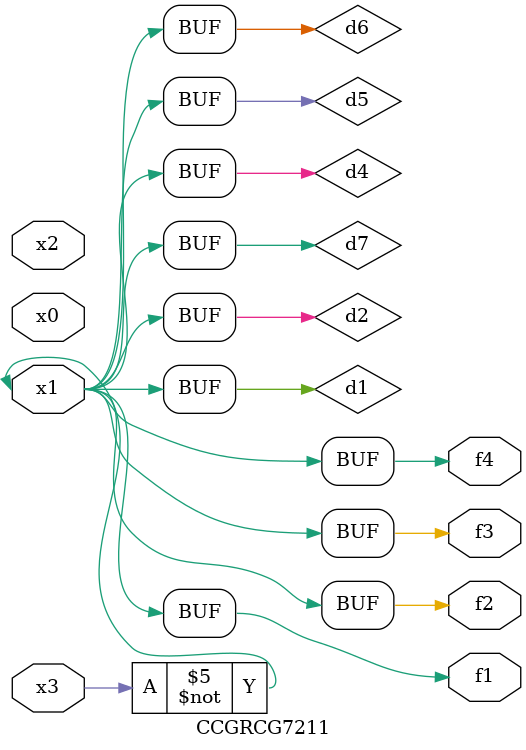
<source format=v>
module CCGRCG7211(
	input x0, x1, x2, x3,
	output f1, f2, f3, f4
);

	wire d1, d2, d3, d4, d5, d6, d7;

	not (d1, x3);
	buf (d2, x1);
	xnor (d3, d1, d2);
	nor (d4, d1);
	buf (d5, d1, d2);
	buf (d6, d4, d5);
	nand (d7, d4);
	assign f1 = d6;
	assign f2 = d7;
	assign f3 = d6;
	assign f4 = d6;
endmodule

</source>
